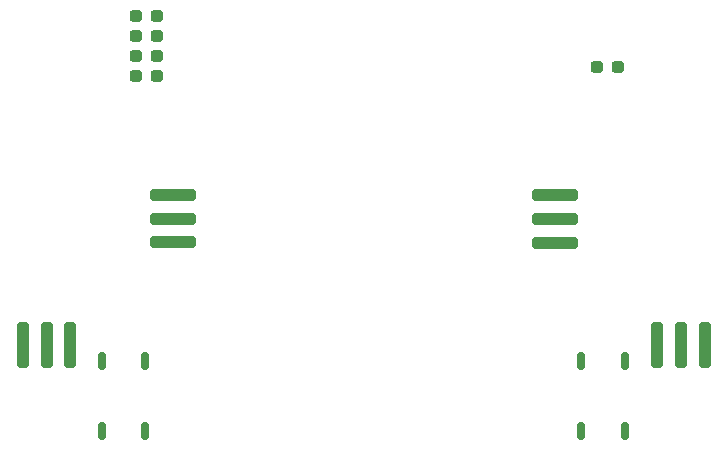
<source format=gbr>
%TF.GenerationSoftware,KiCad,Pcbnew,(6.0.5)*%
%TF.CreationDate,2023-01-30T15:53:00+08:00*%
%TF.ProjectId,Mini_Remoter,4d696e69-5f52-4656-9d6f-7465722e6b69,rev?*%
%TF.SameCoordinates,Original*%
%TF.FileFunction,Paste,Top*%
%TF.FilePolarity,Positive*%
%FSLAX46Y46*%
G04 Gerber Fmt 4.6, Leading zero omitted, Abs format (unit mm)*
G04 Created by KiCad (PCBNEW (6.0.5)) date 2023-01-30 15:53:00*
%MOMM*%
%LPD*%
G01*
G04 APERTURE LIST*
G04 Aperture macros list*
%AMRoundRect*
0 Rectangle with rounded corners*
0 $1 Rounding radius*
0 $2 $3 $4 $5 $6 $7 $8 $9 X,Y pos of 4 corners*
0 Add a 4 corners polygon primitive as box body*
4,1,4,$2,$3,$4,$5,$6,$7,$8,$9,$2,$3,0*
0 Add four circle primitives for the rounded corners*
1,1,$1+$1,$2,$3*
1,1,$1+$1,$4,$5*
1,1,$1+$1,$6,$7*
1,1,$1+$1,$8,$9*
0 Add four rect primitives between the rounded corners*
20,1,$1+$1,$2,$3,$4,$5,0*
20,1,$1+$1,$4,$5,$6,$7,0*
20,1,$1+$1,$6,$7,$8,$9,0*
20,1,$1+$1,$8,$9,$2,$3,0*%
G04 Aperture macros list end*
%ADD10RoundRect,0.175000X-0.175000X0.575000X-0.175000X-0.575000X0.175000X-0.575000X0.175000X0.575000X0*%
%ADD11RoundRect,0.175000X0.175000X-0.575000X0.175000X0.575000X-0.175000X0.575000X-0.175000X-0.575000X0*%
%ADD12RoundRect,0.250000X0.250000X-1.700000X0.250000X1.700000X-0.250000X1.700000X-0.250000X-1.700000X0*%
%ADD13RoundRect,0.250000X1.700000X0.250000X-1.700000X0.250000X-1.700000X-0.250000X1.700000X-0.250000X0*%
%ADD14RoundRect,0.250000X-0.250000X1.700000X-0.250000X-1.700000X0.250000X-1.700000X0.250000X1.700000X0*%
%ADD15RoundRect,0.237500X-0.287500X-0.237500X0.287500X-0.237500X0.287500X0.237500X-0.287500X0.237500X0*%
%ADD16RoundRect,0.237500X0.287500X0.237500X-0.287500X0.237500X-0.287500X-0.237500X0.287500X-0.237500X0*%
G04 APERTURE END LIST*
D10*
%TO.C,SW4*%
X81765000Y-114185000D03*
X81765000Y-120185000D03*
X78065000Y-120185000D03*
X78065000Y-114185000D03*
%TD*%
D11*
%TO.C,SW3*%
X122365000Y-120185000D03*
X122365000Y-114185000D03*
X118665000Y-114185000D03*
X118665000Y-120185000D03*
%TD*%
D12*
%TO.C,J3*%
X125100000Y-112880000D03*
X127100000Y-112880000D03*
X129100000Y-112880000D03*
D13*
X116420000Y-100200000D03*
X116420000Y-102200000D03*
X116420000Y-104200000D03*
%TD*%
%TO.C,J2*%
X84095000Y-104185000D03*
X84095000Y-102185000D03*
X84095000Y-100185000D03*
D14*
X71415000Y-112865000D03*
X73415000Y-112865000D03*
X75415000Y-112865000D03*
%TD*%
D15*
%TO.C,D5*%
X121775000Y-89300000D03*
X120025000Y-89300000D03*
%TD*%
D16*
%TO.C,D4*%
X82700000Y-85000000D03*
X80950000Y-85000000D03*
%TD*%
D15*
%TO.C,D3*%
X80950000Y-86700000D03*
X82700000Y-86700000D03*
%TD*%
D16*
%TO.C,D2*%
X82700000Y-88400000D03*
X80950000Y-88400000D03*
%TD*%
D15*
%TO.C,D1*%
X80950000Y-90100000D03*
X82700000Y-90100000D03*
%TD*%
M02*

</source>
